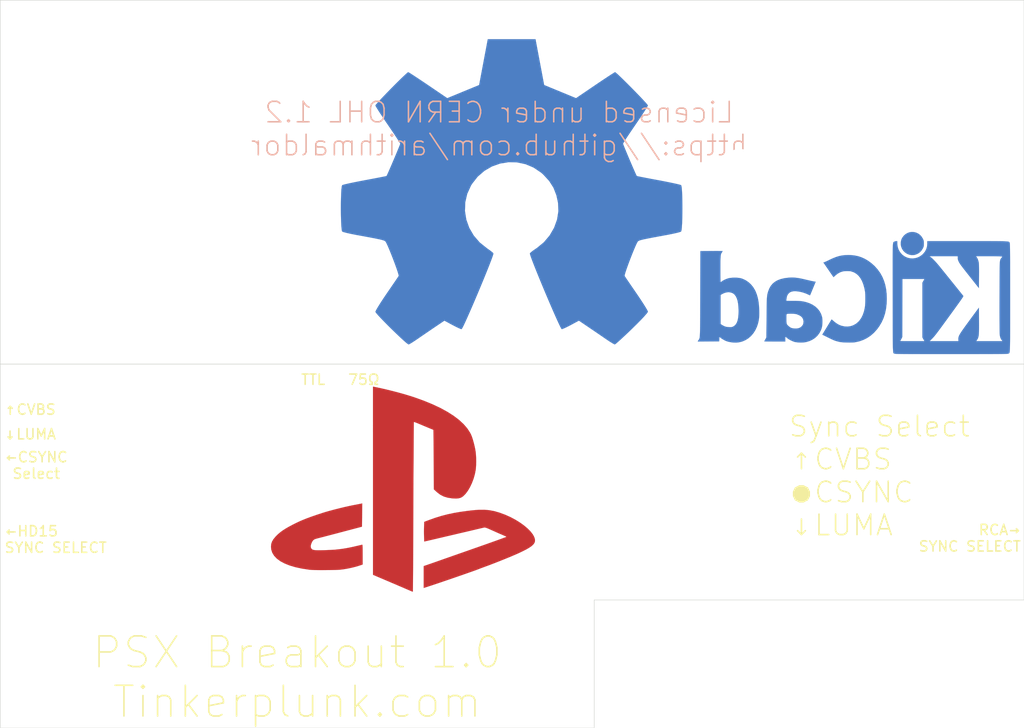
<source format=kicad_pcb>
(kicad_pcb (version 20171130) (host pcbnew "(5.1.0)-1")

  (general
    (thickness 1.6)
    (drawings 26)
    (tracks 0)
    (zones 0)
    (modules 11)
    (nets 1)
  )

  (page A4)
  (layers
    (0 F.Cu signal)
    (31 B.Cu signal)
    (32 B.Adhes user)
    (33 F.Adhes user)
    (34 B.Paste user)
    (35 F.Paste user)
    (36 B.SilkS user)
    (37 F.SilkS user)
    (38 B.Mask user)
    (39 F.Mask user)
    (40 Dwgs.User user)
    (41 Cmts.User user)
    (42 Eco1.User user)
    (43 Eco2.User user)
    (44 Edge.Cuts user)
    (45 Margin user)
    (46 B.CrtYd user)
    (47 F.CrtYd user)
    (48 B.Fab user)
    (49 F.Fab user)
  )

  (setup
    (last_trace_width 0.25)
    (trace_clearance 0.2)
    (zone_clearance 0.508)
    (zone_45_only no)
    (trace_min 0.2)
    (via_size 0.8)
    (via_drill 0.4)
    (via_min_size 0.4)
    (via_min_drill 0.3)
    (uvia_size 0.3)
    (uvia_drill 0.1)
    (uvias_allowed no)
    (uvia_min_size 0.2)
    (uvia_min_drill 0.1)
    (edge_width 0.05)
    (segment_width 0.2)
    (pcb_text_width 0.3)
    (pcb_text_size 1.5 1.5)
    (mod_edge_width 0.12)
    (mod_text_size 1 1)
    (mod_text_width 0.15)
    (pad_size 1.5 1.5)
    (pad_drill 0.8)
    (pad_to_mask_clearance 0.051)
    (solder_mask_min_width 0.25)
    (aux_axis_origin 0 0)
    (visible_elements 7FFFFFFF)
    (pcbplotparams
      (layerselection 0x010f0_ffffffff)
      (usegerberextensions true)
      (usegerberattributes false)
      (usegerberadvancedattributes false)
      (creategerberjobfile false)
      (excludeedgelayer true)
      (linewidth 0.100000)
      (plotframeref false)
      (viasonmask false)
      (mode 1)
      (useauxorigin false)
      (hpglpennumber 1)
      (hpglpenspeed 20)
      (hpglpendiameter 15.000000)
      (psnegative false)
      (psa4output false)
      (plotreference true)
      (plotvalue true)
      (plotinvisibletext false)
      (padsonsilk false)
      (subtractmaskfromsilk false)
      (outputformat 1)
      (mirror false)
      (drillshape 0)
      (scaleselection 1)
      (outputdirectory "Gerbers/"))
  )

  (net 0 "")

  (net_class Default "This is the default net class."
    (clearance 0.2)
    (trace_width 0.25)
    (via_dia 0.8)
    (via_drill 0.4)
    (uvia_dia 0.3)
    (uvia_drill 0.1)
  )

  (module MountingHole:MountingHole_3.2mm_M3 (layer F.Cu) (tedit 56D1B4CB) (tstamp 5D000652)
    (at 162.179 56.769)
    (descr "Mounting Hole 3.2mm, no annular, M3")
    (tags "mounting hole 3.2mm no annular m3")
    (attr virtual)
    (fp_text reference REF** (at 0 -4.2) (layer F.SilkS) hide
      (effects (font (size 1 1) (thickness 0.15)))
    )
    (fp_text value MountingHole_3.2mm_M3 (at 0 4.2) (layer F.Fab)
      (effects (font (size 1 1) (thickness 0.15)))
    )
    (fp_text user %R (at 0.3 0) (layer F.Fab)
      (effects (font (size 1 1) (thickness 0.15)))
    )
    (fp_circle (center 0 0) (end 3.2 0) (layer Cmts.User) (width 0.15))
    (fp_circle (center 0 0) (end 3.45 0) (layer F.CrtYd) (width 0.05))
    (pad 1 np_thru_hole circle (at 0 0) (size 3.2 3.2) (drill 3.2) (layers *.Cu *.Mask))
  )

  (module MountingHole:MountingHole_3.2mm_M3 (layer F.Cu) (tedit 56D1B4CB) (tstamp 5D000635)
    (at 146.304 45.593)
    (descr "Mounting Hole 3.2mm, no annular, M3")
    (tags "mounting hole 3.2mm no annular m3")
    (attr virtual)
    (fp_text reference REF** (at 0 -4.2) (layer F.SilkS) hide
      (effects (font (size 1 1) (thickness 0.15)))
    )
    (fp_text value MountingHole_3.2mm_M3 (at 0 4.2) (layer F.Fab)
      (effects (font (size 1 1) (thickness 0.15)))
    )
    (fp_circle (center 0 0) (end 3.45 0) (layer F.CrtYd) (width 0.05))
    (fp_circle (center 0 0) (end 3.2 0) (layer Cmts.User) (width 0.15))
    (fp_text user %R (at 0.3 0) (layer F.Fab)
      (effects (font (size 1 1) (thickness 0.15)))
    )
    (pad 1 np_thru_hole circle (at 0 0) (size 3.2 3.2) (drill 3.2) (layers *.Cu *.Mask))
  )

  (module MountingHole:MountingHole_3.2mm_M3 (layer F.Cu) (tedit 56D1B4CB) (tstamp 5D000618)
    (at 109.728 61.087)
    (descr "Mounting Hole 3.2mm, no annular, M3")
    (tags "mounting hole 3.2mm no annular m3")
    (attr virtual)
    (fp_text reference REF** (at 0 -4.2) (layer F.SilkS) hide
      (effects (font (size 1 1) (thickness 0.15)))
    )
    (fp_text value MountingHole_3.2mm_M3 (at 0 4.2) (layer F.Fab)
      (effects (font (size 1 1) (thickness 0.15)))
    )
    (fp_circle (center 0 0) (end 3.45 0) (layer F.CrtYd) (width 0.05))
    (fp_circle (center 0 0) (end 3.2 0) (layer Cmts.User) (width 0.15))
    (fp_text user %R (at 0.3 0) (layer F.Fab)
      (effects (font (size 1 1) (thickness 0.15)))
    )
    (pad 1 np_thru_hole circle (at 0 0) (size 3.2 3.2) (drill 3.2) (layers *.Cu *.Mask))
  )

  (module MountingHole:MountingHole_3.2mm_M3 (layer F.Cu) (tedit 56D1B4CB) (tstamp 5D0005FB)
    (at 107.442 45.847)
    (descr "Mounting Hole 3.2mm, no annular, M3")
    (tags "mounting hole 3.2mm no annular m3")
    (attr virtual)
    (fp_text reference REF** (at 0 -4.2) (layer F.SilkS) hide
      (effects (font (size 1 1) (thickness 0.15)))
    )
    (fp_text value MountingHole_3.2mm_M3 (at 0 4.2) (layer F.Fab)
      (effects (font (size 1 1) (thickness 0.15)))
    )
    (fp_text user %R (at 0.3 0) (layer F.Fab)
      (effects (font (size 1 1) (thickness 0.15)))
    )
    (fp_circle (center 0 0) (end 3.2 0) (layer Cmts.User) (width 0.15))
    (fp_circle (center 0 0) (end 3.45 0) (layer F.CrtYd) (width 0.05))
    (pad 1 np_thru_hole circle (at 0 0) (size 3.2 3.2) (drill 3.2) (layers *.Cu *.Mask))
  )

  (module PSX_BREAKOUT:PSX_LOGO (layer F.Cu) (tedit 5CFA95BF) (tstamp 5CFAE821)
    (at 129.286 88.44)
    (fp_text reference G*** (at 0 0) (layer F.SilkS) hide
      (effects (font (size 1.524 1.524) (thickness 0.3)))
    )
    (fp_text value LOGO (at 0.75 0) (layer F.SilkS) hide
      (effects (font (size 1.524 1.524) (thickness 0.3)))
    )
    (fp_poly (pts (xy -4.0005 3.656475) (xy -4.275667 3.728504) (xy -4.376343 3.754967) (xy -4.548495 3.800345)
      (xy -4.781751 3.861896) (xy -5.065736 3.936882) (xy -5.390077 4.022564) (xy -5.744398 4.116201)
      (xy -6.118328 4.215055) (xy -6.265334 4.253928) (xy -6.647052 4.354701) (xy -7.015745 4.451711)
      (xy -7.360587 4.542133) (xy -7.670749 4.623142) (xy -7.935404 4.691912) (xy -8.143725 4.745617)
      (xy -8.284884 4.781431) (xy -8.316805 4.78931) (xy -8.524667 4.846467) (xy -8.669709 4.908395)
      (xy -8.7731 4.990577) (xy -8.856006 5.108497) (xy -8.916754 5.228166) (xy -8.998871 5.459985)
      (xy -9.008223 5.650369) (xy -8.955187 5.784412) (xy -8.905952 5.84422) (xy -8.845318 5.890256)
      (xy -8.762748 5.923939) (xy -8.647707 5.946693) (xy -8.489659 5.959937) (xy -8.278067 5.965092)
      (xy -8.002398 5.963579) (xy -7.673264 5.957299) (xy -7.071489 5.935607) (xy -6.524808 5.896861)
      (xy -6.004715 5.837414) (xy -5.482706 5.753622) (xy -4.930276 5.641842) (xy -4.581333 5.561951)
      (xy -4.366819 5.51141) (xy -4.183032 5.468686) (xy -4.045 5.437228) (xy -3.967748 5.420484)
      (xy -3.956917 5.418666) (xy -3.951238 5.459024) (xy -3.946189 5.572199) (xy -3.942015 5.746342)
      (xy -3.938959 5.969604) (xy -3.937264 6.230135) (xy -3.937 6.387192) (xy -3.937 7.355717)
      (xy -4.392084 7.505251) (xy -4.606357 7.568515) (xy -4.873557 7.63675) (xy -5.162845 7.702621)
      (xy -5.44338 7.758792) (xy -5.503334 7.769553) (xy -5.700363 7.802971) (xy -5.875748 7.829477)
      (xy -6.043771 7.850018) (xy -6.218715 7.865535) (xy -6.414864 7.876974) (xy -6.6465 7.885279)
      (xy -6.927907 7.891393) (xy -7.273367 7.896261) (xy -7.450667 7.898265) (xy -7.93001 7.901361)
      (xy -8.332129 7.899289) (xy -8.664318 7.891871) (xy -8.933872 7.878928) (xy -9.148087 7.860279)
      (xy -9.186334 7.855671) (xy -9.888458 7.746942) (xy -10.520073 7.608735) (xy -11.079924 7.441813)
      (xy -11.566754 7.24694) (xy -11.979306 7.024878) (xy -12.316326 6.776389) (xy -12.576557 6.502237)
      (xy -12.758742 6.203183) (xy -12.861626 5.879992) (xy -12.886012 5.609166) (xy -12.860829 5.35172)
      (xy -12.781579 5.112388) (xy -12.640464 4.874671) (xy -12.429689 4.622071) (xy -12.409332 4.600459)
      (xy -12.202349 4.395855) (xy -11.982078 4.207484) (xy -11.73481 4.025854) (xy -11.446834 3.841473)
      (xy -11.104442 3.644847) (xy -10.773834 3.468016) (xy -10.43817 3.298679) (xy -10.096745 3.139245)
      (xy -9.737161 2.984847) (xy -9.347018 2.830615) (xy -8.913918 2.67168) (xy -8.425462 2.503173)
      (xy -7.86925 2.320225) (xy -7.768167 2.287692) (xy -7.493638 2.204313) (xy -7.155762 2.109155)
      (xy -6.77419 2.007151) (xy -6.368576 1.903231) (xy -5.958574 1.802328) (xy -5.563836 1.709375)
      (xy -5.204016 1.629302) (xy -4.898766 1.567042) (xy -4.8895 1.565282) (xy -4.6562 1.520881)
      (xy -4.441992 1.479729) (xy -4.265577 1.445446) (xy -4.145658 1.421653) (xy -4.116215 1.415569)
      (xy -3.97793 1.386135) (xy -4.0005 3.656475)) (layer F.Cu) (width 0.01))
    (fp_poly (pts (xy 8.442816 2.049167) (xy 8.921218 2.139276) (xy 9.414164 2.280014) (xy 9.943223 2.47457)
      (xy 10.055616 2.520364) (xy 10.533272 2.736976) (xy 10.991933 2.982032) (xy 11.42211 3.248392)
      (xy 11.814314 3.528912) (xy 12.159054 3.816452) (xy 12.446842 4.103869) (xy 12.668187 4.384023)
      (xy 12.776628 4.568178) (xy 12.858529 4.759895) (xy 12.899857 4.933655) (xy 12.896163 5.094429)
      (xy 12.842998 5.24719) (xy 12.73591 5.396909) (xy 12.570452 5.548558) (xy 12.342171 5.707109)
      (xy 12.04662 5.877533) (xy 11.679348 6.064803) (xy 11.25986 6.262885) (xy 11.00103 6.378351)
      (xy 10.678574 6.516513) (xy 10.308379 6.670967) (xy 9.906328 6.835312) (xy 9.488307 7.003146)
      (xy 9.070201 7.168067) (xy 8.667893 7.323674) (xy 8.29727 7.463564) (xy 8.106833 7.533614)
      (xy 7.888895 7.613355) (xy 7.691887 7.686381) (xy 7.533116 7.746207) (xy 7.429893 7.786348)
      (xy 7.408333 7.795309) (xy 7.316084 7.831788) (xy 7.152629 7.892277) (xy 6.926963 7.973666)
      (xy 6.648085 8.07284) (xy 6.324991 8.186689) (xy 5.96668 8.312099) (xy 5.582148 8.445957)
      (xy 5.180392 8.585152) (xy 4.77041 8.726571) (xy 4.3612 8.867102) (xy 3.961757 9.003631)
      (xy 3.581081 9.133047) (xy 3.228167 9.252237) (xy 2.912013 9.358088) (xy 2.641618 9.447488)
      (xy 2.487083 9.497744) (xy 2.032 9.644336) (xy 2.032 7.509443) (xy 2.677583 7.286874)
      (xy 2.922892 7.202025) (xy 3.164142 7.118092) (xy 3.379225 7.042799) (xy 3.546035 6.983871)
      (xy 3.598333 6.965156) (xy 3.681801 6.935473) (xy 3.838393 6.880185) (xy 4.061327 6.801675)
      (xy 4.34382 6.702325) (xy 4.679089 6.584517) (xy 5.060352 6.450635) (xy 5.480826 6.303059)
      (xy 5.933727 6.144173) (xy 6.412275 5.976359) (xy 6.909684 5.801999) (xy 6.995515 5.77192)
      (xy 7.487305 5.599244) (xy 7.955274 5.434286) (xy 8.393366 5.279221) (xy 8.795524 5.136222)
      (xy 9.155694 5.007464) (xy 9.467818 4.895119) (xy 9.725841 4.801363) (xy 9.923707 4.728368)
      (xy 10.055359 4.678309) (xy 10.114741 4.65336) (xy 10.117598 4.651219) (xy 10.082524 4.619602)
      (xy 9.996379 4.576777) (xy 9.980083 4.570138) (xy 9.893202 4.533798) (xy 9.742682 4.468783)
      (xy 9.542123 4.381096) (xy 9.305126 4.276736) (xy 9.045291 4.161706) (xy 8.776219 4.042007)
      (xy 8.511511 3.923639) (xy 8.330558 3.842293) (xy 8.131654 3.764003) (xy 7.988489 3.73499)
      (xy 7.928392 3.739253) (xy 7.849671 3.756995) (xy 7.704491 3.790631) (xy 7.508756 3.836442)
      (xy 7.278368 3.890707) (xy 7.069666 3.94011) (xy 6.782407 4.00811) (xy 6.478191 4.079864)
      (xy 6.185097 4.148766) (xy 5.931206 4.208209) (xy 5.820833 4.233924) (xy 5.542384 4.298741)
      (xy 5.2363 4.370217) (xy 4.891462 4.450959) (xy 4.49675 4.543572) (xy 4.041043 4.650664)
      (xy 3.556 4.764771) (xy 3.290085 4.827234) (xy 3.014018 4.89188) (xy 2.755807 4.952161)
      (xy 2.543456 5.001534) (xy 2.492128 5.013414) (xy 2.084424 5.107631) (xy 2.066071 4.628148)
      (xy 2.059854 4.365301) (xy 2.058709 4.066676) (xy 2.062634 3.781008) (xy 2.066133 3.667574)
      (xy 2.084547 3.186481) (xy 2.534523 3.015058) (xy 3.143914 2.796962) (xy 3.751198 2.609441)
      (xy 4.372002 2.449025) (xy 5.021954 2.312247) (xy 5.716679 2.195638) (xy 6.471806 2.095729)
      (xy 6.879166 2.050717) (xy 7.44336 2.008076) (xy 7.957386 2.006496) (xy 8.442816 2.049167)) (layer F.Cu) (width 0.01))
    (fp_poly (pts (xy -2.82575 -10.01532) (xy -2.072884 -9.854396) (xy -1.315155 -9.676411) (xy -0.571898 -9.486435)
      (xy 0.137546 -9.289537) (xy 0.793842 -9.090787) (xy 1.164166 -8.969333) (xy 2.074801 -8.639955)
      (xy 2.910256 -8.295501) (xy 3.669468 -7.936676) (xy 4.351374 -7.564185) (xy 4.954912 -7.178734)
      (xy 5.479017 -6.781028) (xy 5.922627 -6.371772) (xy 6.284678 -5.951673) (xy 6.564108 -5.521434)
      (xy 6.664921 -5.319626) (xy 6.748731 -5.106086) (xy 6.836962 -4.83262) (xy 6.923382 -4.523292)
      (xy 7.001766 -4.202171) (xy 7.065883 -3.893323) (xy 7.109505 -3.620816) (xy 7.113855 -3.584918)
      (xy 7.13641 -3.316309) (xy 7.149195 -3.005568) (xy 7.152287 -2.67877) (xy 7.145763 -2.361989)
      (xy 7.129703 -2.081301) (xy 7.108816 -1.891943) (xy 7.021556 -1.451789) (xy 6.894799 -1.014717)
      (xy 6.734897 -0.593578) (xy 6.548197 -0.201225) (xy 6.341049 0.149492) (xy 6.119801 0.44572)
      (xy 5.890804 0.674609) (xy 5.810469 0.736102) (xy 5.640693 0.828768) (xy 5.439982 0.884404)
      (xy 5.193702 0.905113) (xy 4.887221 0.892993) (xy 4.783666 0.883505) (xy 4.356131 0.816136)
      (xy 3.986082 0.702302) (xy 3.655777 0.534385) (xy 3.347473 0.304766) (xy 3.2668 0.232225)
      (xy 3.026833 0.008879) (xy 3.005666 -2.900025) (xy 2.9845 -5.808929) (xy 2.624666 -5.956531)
      (xy 2.448884 -6.029254) (xy 2.222112 -6.123967) (xy 1.971225 -6.229402) (xy 1.723093 -6.334292)
      (xy 1.675937 -6.354309) (xy 1.470164 -6.439992) (xy 1.293122 -6.510424) (xy 1.158745 -6.56032)
      (xy 1.080967 -6.584396) (xy 1.067591 -6.585036) (xy 1.065487 -6.541405) (xy 1.063142 -6.417173)
      (xy 1.060582 -6.216406) (xy 1.057829 -5.94317) (xy 1.05491 -5.601531) (xy 1.051847 -5.195553)
      (xy 1.048665 -4.729304) (xy 1.045389 -4.206848) (xy 1.042043 -3.632251) (xy 1.038651 -3.009578)
      (xy 1.035237 -2.342896) (xy 1.031826 -1.636271) (xy 1.028443 -0.893767) (xy 1.025111 -0.11945)
      (xy 1.021854 0.682613) (xy 1.018698 1.508357) (xy 1.017948 1.712551) (xy 1.014829 2.543398)
      (xy 1.011622 3.351527) (xy 1.00835 4.132873) (xy 1.005036 4.883373) (xy 1.001705 5.598963)
      (xy 0.998379 6.275581) (xy 0.995082 6.909161) (xy 0.991837 7.49564) (xy 0.988668 8.030955)
      (xy 0.985598 8.511042) (xy 0.982651 8.931837) (xy 0.979849 9.289276) (xy 0.977217 9.579297)
      (xy 0.974778 9.797834) (xy 0.972555 9.940824) (xy 0.970572 10.004205) (xy 0.970127 10.007126)
      (xy 0.925678 9.999503) (xy 0.82644 9.963602) (xy 0.6985 9.909216) (xy 0.605315 9.8682)
      (xy 0.443832 9.798173) (xy 0.223666 9.703261) (xy -0.045571 9.587593) (xy -0.354263 9.455296)
      (xy -0.692798 9.310497) (xy -1.051561 9.157324) (xy -1.237956 9.077851) (xy -2.920412 8.360833)
      (xy -2.920706 -0.83689) (xy -2.921 -10.034614) (xy -2.82575 -10.01532)) (layer F.Cu) (width 0.01))
  )

  (module Symbol:KiCad-Logo_12mm_Copper (layer B.Cu) (tedit 0) (tstamp 5CFAE758)
    (at 173.355 69.215 180)
    (descr "KiCad Logo")
    (tags "Logo KiCad")
    (attr virtual)
    (fp_text reference REF** (at 0 8.89 180) (layer B.SilkS) hide
      (effects (font (size 1 1) (thickness 0.15)) (justify mirror))
    )
    (fp_text value KiCad-Logo_12mm_Copper (at 1.27 -8.89 180) (layer B.Fab) hide
      (effects (font (size 1 1) (thickness 0.15)) (justify mirror))
    )
    (fp_poly (pts (xy -5.422844 5.895156) (xy -5.217742 5.824043) (xy -5.026785 5.712111) (xy -4.856243 5.559375)
      (xy -4.712387 5.365849) (xy -4.647768 5.243871) (xy -4.591842 5.073257) (xy -4.564735 4.876289)
      (xy -4.567738 4.673795) (xy -4.601067 4.490301) (xy -4.692162 4.266076) (xy -4.824258 4.071578)
      (xy -4.990642 3.910633) (xy -5.184598 3.787067) (xy -5.399414 3.704708) (xy -5.628375 3.667383)
      (xy -5.864767 3.678918) (xy -5.981291 3.70357) (xy -6.208385 3.791909) (xy -6.410081 3.92671)
      (xy -6.581515 4.103817) (xy -6.71782 4.319073) (xy -6.729352 4.342581) (xy -6.769217 4.430795)
      (xy -6.794249 4.50509) (xy -6.807839 4.583465) (xy -6.813382 4.68392) (xy -6.814302 4.793226)
      (xy -6.81278 4.924552) (xy -6.805914 5.019491) (xy -6.79025 5.096247) (xy -6.762333 5.173026)
      (xy -6.727873 5.248777) (xy -6.599338 5.46381) (xy -6.441052 5.63792) (xy -6.259287 5.771124)
      (xy -6.060313 5.863434) (xy -5.8504 5.914866) (xy -5.635821 5.925435) (xy -5.422844 5.895156)) (layer B.Cu) (width 0.01))
    (fp_poly (pts (xy 13.610967 4.064382) (xy 13.843254 4.063429) (xy 13.922204 4.062948) (xy 15.007849 4.055807)
      (xy 15.021505 -0.109247) (xy 15.023308 -0.674041) (xy 15.024908 -1.186864) (xy 15.026406 -1.650371)
      (xy 15.027906 -2.067214) (xy 15.029509 -2.440045) (xy 15.03132 -2.771519) (xy 15.03344 -3.064286)
      (xy 15.035972 -3.321002) (xy 15.03902 -3.544318) (xy 15.042685 -3.736887) (xy 15.047071 -3.901363)
      (xy 15.05228 -4.040398) (xy 15.058416 -4.156644) (xy 15.06558 -4.252756) (xy 15.073875 -4.331386)
      (xy 15.083405 -4.395187) (xy 15.094272 -4.446811) (xy 15.106579 -4.488912) (xy 15.120428 -4.524143)
      (xy 15.135923 -4.555156) (xy 15.153165 -4.584604) (xy 15.172258 -4.615141) (xy 15.193305 -4.649418)
      (xy 15.197619 -4.65672) (xy 15.269996 -4.780221) (xy 14.223976 -4.773068) (xy 13.177956 -4.765914)
      (xy 13.164301 -4.536142) (xy 13.156865 -4.425873) (xy 13.149117 -4.362122) (xy 13.138603 -4.336827)
      (xy 13.122872 -4.341922) (xy 13.109677 -4.356498) (xy 13.052197 -4.409591) (xy 12.958513 -4.477837)
      (xy 12.841825 -4.55308) (xy 12.715331 -4.627167) (xy 12.592231 -4.691943) (xy 12.497713 -4.734561)
      (xy 12.276274 -4.804595) (xy 12.022207 -4.854204) (xy 11.754266 -4.881494) (xy 11.491211 -4.884569)
      (xy 11.251795 -4.861532) (xy 11.247853 -4.860873) (xy 10.920253 -4.778669) (xy 10.613587 -4.6477)
      (xy 10.330814 -4.47078) (xy 10.074892 -4.250726) (xy 9.848778 -3.990351) (xy 9.65543 -3.692472)
      (xy 9.497806 -3.359904) (xy 9.411984 -3.113548) (xy 9.355389 -2.907445) (xy 9.313418 -2.707867)
      (xy 9.284789 -2.50269) (xy 9.268218 -2.279791) (xy 9.262423 -2.027045) (xy 9.264989 -1.820662)
      (xy 11.280325 -1.820662) (xy 11.289862 -2.166732) (xy 11.319946 -2.464467) (xy 11.371503 -2.71651)
      (xy 11.445458 -2.925502) (xy 11.542738 -3.094086) (xy 11.664266 -3.224906) (xy 11.804546 -3.317385)
      (xy 11.87754 -3.351909) (xy 11.940847 -3.372607) (xy 12.011427 -3.382077) (xy 12.106242 -3.382915)
      (xy 12.208387 -3.379228) (xy 12.409261 -3.36151) (xy 12.568134 -3.326813) (xy 12.618064 -3.309433)
      (xy 12.732075 -3.258102) (xy 12.852323 -3.193643) (xy 12.904838 -3.161376) (xy 13.041397 -3.071805)
      (xy 13.041397 -0.232706) (xy 12.891182 -0.142665) (xy 12.681692 -0.040923) (xy 12.467658 0.019249)
      (xy 12.256909 0.038204) (xy 12.057273 0.016299) (xy 11.876577 -0.046113) (xy 11.722649 -0.148676)
      (xy 11.672981 -0.197906) (xy 11.553262 -0.359211) (xy 11.456364 -0.554471) (xy 11.381477 -0.787031)
      (xy 11.327793 -1.060239) (xy 11.2945 -1.377441) (xy 11.280789 -1.741984) (xy 11.280325 -1.820662)
      (xy 9.264989 -1.820662) (xy 9.266058 -1.734756) (xy 9.289082 -1.285158) (xy 9.335378 -0.879628)
      (xy 9.406164 -0.512257) (xy 9.502661 -0.177137) (xy 9.626087 0.131637) (xy 9.670131 0.223178)
      (xy 9.84754 0.521704) (xy 10.06193 0.786993) (xy 10.308259 1.014763) (xy 10.581487 1.200732)
      (xy 10.876574 1.340618) (xy 11.053459 1.398322) (xy 11.227178 1.432578) (xy 11.436205 1.452959)
      (xy 11.663014 1.459475) (xy 11.890084 1.452134) (xy 12.099892 1.430945) (xy 12.268352 1.397705)
      (xy 12.468857 1.332518) (xy 12.663195 1.248693) (xy 12.833224 1.15472) (xy 12.923721 1.090942)
      (xy 12.986144 1.043516) (xy 13.029853 1.014639) (xy 13.039796 1.010538) (xy 13.042879 1.036959)
      (xy 13.045753 1.112661) (xy 13.048355 1.232302) (xy 13.050621 1.390538) (xy 13.052488 1.582027)
      (xy 13.053891 1.801426) (xy 13.054767 2.043393) (xy 13.055053 2.289853) (xy 13.054894 2.605524)
      (xy 13.054108 2.871663) (xy 13.052238 3.093359) (xy 13.048825 3.275704) (xy 13.043409 3.423788)
      (xy 13.035531 3.542701) (xy 13.024733 3.637535) (xy 13.010555 3.71338) (xy 12.992539 3.775326)
      (xy 12.970225 3.828464) (xy 12.943154 3.877885) (xy 12.910867 3.928679) (xy 12.906713 3.934969)
      (xy 12.865071 4.000755) (xy 12.839929 4.045992) (xy 12.836559 4.055534) (xy 12.862903 4.058545)
      (xy 12.938069 4.060994) (xy 13.056257 4.062842) (xy 13.211669 4.064049) (xy 13.398506 4.064576)
      (xy 13.610967 4.064382)) (layer B.Cu) (width 0.01))
    (fp_poly (pts (xy 6.300951 1.463632) (xy 6.436272 1.453389) (xy 6.823442 1.401878) (xy 7.166321 1.319717)
      (xy 7.46658 1.205778) (xy 7.725888 1.058928) (xy 7.945916 0.878038) (xy 8.128334 0.661978)
      (xy 8.274811 0.409616) (xy 8.381771 0.136559) (xy 8.408921 0.049459) (xy 8.432564 -0.032107)
      (xy 8.452977 -0.112529) (xy 8.470439 -0.196199) (xy 8.48523 -0.287508) (xy 8.497627 -0.390847)
      (xy 8.507911 -0.510609) (xy 8.516358 -0.651183) (xy 8.523248 -0.816962) (xy 8.528861 -1.012336)
      (xy 8.533473 -1.241698) (xy 8.537365 -1.509437) (xy 8.540815 -1.819947) (xy 8.544102 -2.177618)
      (xy 8.546451 -2.458064) (xy 8.562258 -4.383548) (xy 8.664677 -4.568843) (xy 8.713175 -4.658111)
      (xy 8.749266 -4.727448) (xy 8.766483 -4.764354) (xy 8.767096 -4.766854) (xy 8.74078 -4.769715)
      (xy 8.665811 -4.772351) (xy 8.548161 -4.774689) (xy 8.3938 -4.776653) (xy 8.2087 -4.77817)
      (xy 7.998832 -4.779165) (xy 7.770167 -4.779565) (xy 7.742903 -4.77957) (xy 6.718709 -4.77957)
      (xy 6.718709 -4.547419) (xy 6.716963 -4.442507) (xy 6.712302 -4.362271) (xy 6.705596 -4.319251)
      (xy 6.702632 -4.315269) (xy 6.675523 -4.33195) (xy 6.619731 -4.375731) (xy 6.547215 -4.437216)
      (xy 6.545589 -4.438638) (xy 6.413257 -4.53716) (xy 6.246133 -4.636089) (xy 6.0631 -4.725706)
      (xy 5.883043 -4.796293) (xy 5.803763 -4.820414) (xy 5.645991 -4.851051) (xy 5.452397 -4.870602)
      (xy 5.240704 -4.878787) (xy 5.028632 -4.875327) (xy 4.833904 -4.859945) (xy 4.697634 -4.837811)
      (xy 4.363454 -4.739676) (xy 4.062603 -4.599819) (xy 3.797039 -4.419974) (xy 3.568721 -4.201876)
      (xy 3.379606 -3.947261) (xy 3.231653 -3.657864) (xy 3.167825 -3.482258) (xy 3.127823 -3.311576)
      (xy 3.101313 -3.106678) (xy 3.089047 -2.886464) (xy 3.08945 -2.85442) (xy 4.936612 -2.85442)
      (xy 4.95193 -3.018053) (xy 5.002935 -3.154042) (xy 5.097204 -3.280208) (xy 5.133411 -3.317203)
      (xy 5.26212 -3.417221) (xy 5.410885 -3.481294) (xy 5.589113 -3.512309) (xy 5.776798 -3.514593)
      (xy 5.954814 -3.499514) (xy 6.091112 -3.470021) (xy 6.150306 -3.447869) (xy 6.256995 -3.387496)
      (xy 6.370037 -3.302589) (xy 6.473175 -3.207295) (xy 6.550151 -3.11576) (xy 6.570591 -3.082181)
      (xy 6.586481 -3.035157) (xy 6.597778 -2.960333) (xy 6.605009 -2.85056) (xy 6.6087 -2.698692)
      (xy 6.609462 -2.554155) (xy 6.608946 -2.385644) (xy 6.60686 -2.263799) (xy 6.602402 -2.180666)
      (xy 6.594765 -2.128292) (xy 6.583146 -2.098726) (xy 6.56674 -2.084013) (xy 6.561666 -2.08167)
      (xy 6.51757 -2.074453) (xy 6.4306 -2.06855) (xy 6.3125 -2.064493) (xy 6.175014 -2.062815)
      (xy 6.145161 -2.062813) (xy 5.961386 -2.065746) (xy 5.819407 -2.074469) (xy 5.706591 -2.090177)
      (xy 5.613402 -2.113118) (xy 5.382246 -2.200535) (xy 5.200973 -2.30801) (xy 5.068014 -2.437262)
      (xy 4.981801 -2.59001) (xy 4.940762 -2.767972) (xy 4.936612 -2.85442) (xy 3.08945 -2.85442)
      (xy 3.091776 -2.669834) (xy 3.110252 -2.475689) (xy 3.124664 -2.397252) (xy 3.21669 -2.106017)
      (xy 3.356623 -1.838054) (xy 3.541823 -1.595932) (xy 3.769648 -1.382221) (xy 4.037457 -1.199492)
      (xy 4.342607 -1.050314) (xy 4.602043 -0.959727) (xy 4.775434 -0.912136) (xy 4.941282 -0.875155)
      (xy 5.110329 -0.847585) (xy 5.293317 -0.828224) (xy 5.500989 -0.815871) (xy 5.744087 -0.809326)
      (xy 5.963872 -0.807483) (xy 6.615594 -0.805699) (xy 6.603109 -0.609798) (xy 6.567657 -0.397243)
      (xy 6.492241 -0.214543) (xy 6.380073 -0.066262) (xy 6.234364 0.04304) (xy 6.106064 0.096376)
      (xy 5.922235 0.12999) (xy 5.703394 0.134817) (xy 5.4598 0.112637) (xy 5.20171 0.065228)
      (xy 4.939385 -0.005629) (xy 4.683082 -0.098155) (xy 4.496824 -0.182778) (xy 4.407211 -0.226231)
      (xy 4.338858 -0.25658) (xy 4.304097 -0.268423) (xy 4.302211 -0.268043) (xy 4.290215 -0.241518)
      (xy 4.260262 -0.17121) (xy 4.21517 -0.063855) (xy 4.157757 0.07381) (xy 4.090842 0.235051)
      (xy 4.022824 0.399605) (xy 3.750897 1.058672) (xy 3.944319 1.090441) (xy 4.028154 1.106381)
      (xy 4.154183 1.133153) (xy 4.311608 1.168327) (xy 4.489633 1.209472) (xy 4.677463 1.254158)
      (xy 4.752258 1.272317) (xy 5.075838 1.347369) (xy 5.359132 1.403638) (xy 5.612715 1.442262)
      (xy 5.847162 1.464377) (xy 6.073049 1.471122) (xy 6.300951 1.463632)) (layer B.Cu) (width 0.01))
    (fp_poly (pts (xy 0.875193 3.659223) (xy 1.169706 3.626981) (xy 1.455039 3.569271) (xy 1.7428 3.483083)
      (xy 2.044596 3.365407) (xy 2.372034 3.213233) (xy 2.431001 3.183757) (xy 2.566324 3.11709)
      (xy 2.693951 3.057061) (xy 2.801287 3.009401) (xy 2.875736 2.979845) (xy 2.887173 2.976124)
      (xy 2.996774 2.943286) (xy 2.506155 2.229547) (xy 2.386206 2.055105) (xy 2.276539 1.89573)
      (xy 2.180883 1.756832) (xy 2.102969 1.643822) (xy 2.046525 1.56211) (xy 2.015281 1.517109)
      (xy 2.010205 1.509982) (xy 1.989588 1.524883) (xy 1.938839 1.56968) (xy 1.867034 1.636235)
      (xy 1.827406 1.673853) (xy 1.602882 1.852432) (xy 1.350726 1.988132) (xy 1.13344 2.062463)
      (xy 1.003007 2.085807) (xy 0.839693 2.100033) (xy 0.662707 2.104876) (xy 0.491256 2.100074)
      (xy 0.344548 2.085362) (xy 0.286007 2.074095) (xy 0.022147 1.983315) (xy -0.215622 1.844704)
      (xy -0.427124 1.658515) (xy -0.612184 1.425001) (xy -0.770625 1.144416) (xy -0.902271 0.817013)
      (xy -1.006946 0.443045) (xy -1.069155 0.122903) (xy -1.085386 -0.018426) (xy -1.096444 -0.201004)
      (xy -1.102437 -0.411709) (xy -1.103473 -0.637422) (xy -1.099657 -0.865022) (xy -1.091097 -1.081389)
      (xy -1.077899 -1.273402) (xy -1.06017 -1.427943) (xy -1.056333 -1.451786) (xy -0.971749 -1.83586)
      (xy -0.856505 -2.175783) (xy -0.709897 -2.473078) (xy -0.531226 -2.729268) (xy -0.4044 -2.867775)
      (xy -0.176475 -3.055828) (xy 0.073488 -3.19522) (xy 0.34127 -3.285195) (xy 0.622656 -3.324994)
      (xy 0.913429 -3.313857) (xy 1.209373 -3.251026) (xy 1.38434 -3.189547) (xy 1.626466 -3.066436)
      (xy 1.87602 -2.889837) (xy 2.015809 -2.770412) (xy 2.094301 -2.701291) (xy 2.15597 -2.650579)
      (xy 2.191072 -2.626144) (xy 2.19543 -2.625398) (xy 2.211097 -2.650367) (xy 2.251692 -2.716348)
      (xy 2.313757 -2.817685) (xy 2.393833 -2.948721) (xy 2.488462 -3.1038) (xy 2.594186 -3.277265)
      (xy 2.653033 -3.373896) (xy 3.102526 -4.112201) (xy 2.541317 -4.389549) (xy 2.338404 -4.489172)
      (xy 2.174027 -4.567729) (xy 2.038139 -4.629122) (xy 1.920691 -4.677253) (xy 1.811636 -4.716023)
      (xy 1.700926 -4.749333) (xy 1.578513 -4.781086) (xy 1.461182 -4.808969) (xy 1.356895 -4.830546)
      (xy 1.247832 -4.846851) (xy 1.123073 -4.858791) (xy 0.971703 -4.86727) (xy 0.782801 -4.873192)
      (xy 0.655483 -4.875749) (xy 0.473823 -4.877494) (xy 0.299633 -4.876614) (xy 0.144443 -4.87336)
      (xy 0.019777 -4.867984) (xy -0.062834 -4.860735) (xy -0.06773 -4.860012) (xy -0.496709 -4.767205)
      (xy -0.899551 -4.626449) (xy -1.276112 -4.437839) (xy -1.626252 -4.201466) (xy -1.949828 -3.917424)
      (xy -2.2467 -3.585805) (xy -2.461701 -3.291075) (xy -2.690589 -2.905298) (xy -2.875611 -2.497895)
      (xy -3.017662 -2.0656) (xy -3.117636 -1.605146) (xy -3.176428 -1.113267) (xy -3.194951 -0.613799)
      (xy -3.179717 -0.130634) (xy -3.131844 0.315158) (xy -3.049811 0.731095) (xy -2.932097 1.124696)
      (xy -2.777181 1.503482) (xy -2.758683 1.542725) (xy -2.554894 1.90956) (xy -2.304598 2.25864)
      (xy -2.014885 2.58274) (xy -1.692846 2.874634) (xy -1.345574 3.127096) (xy -1.021987 3.312286)
      (xy -0.695096 3.45733) (xy -0.367511 3.562397) (xy -0.026552 3.630347) (xy 0.340465 3.66404)
      (xy 0.559892 3.669008) (xy 0.875193 3.659223)) (layer B.Cu) (width 0.01))
    (fp_poly (pts (xy -11.847446 5.025459) (xy -11.321244 5.025387) (xy -11.076303 5.025377) (xy -7.155699 5.025377)
      (xy -7.155699 4.794266) (xy -7.131032 4.513024) (xy -7.056584 4.253641) (xy -6.931686 4.014576)
      (xy -6.75567 3.794286) (xy -6.696118 3.73479) (xy -6.481895 3.566029) (xy -6.24569 3.442948)
      (xy -5.994517 3.36549) (xy -5.735393 3.333601) (xy -5.475333 3.347224) (xy -5.221353 3.406303)
      (xy -4.980469 3.510783) (xy -4.759696 3.660607) (xy -4.660543 3.750999) (xy -4.475773 3.972624)
      (xy -4.340284 4.216339) (xy -4.255256 4.479357) (xy -4.221872 4.758894) (xy -4.221428 4.786394)
      (xy -4.219678 5.025368) (xy -4.114645 5.025372) (xy -4.02147 5.012727) (xy -3.936356 4.98196)
      (xy -3.930731 4.978781) (xy -3.911508 4.968806) (xy -3.893855 4.961038) (xy -3.877708 4.953213)
      (xy -3.863005 4.94307) (xy -3.849681 4.928345) (xy -3.837672 4.906775) (xy -3.826915 4.876099)
      (xy -3.817346 4.834053) (xy -3.808901 4.778374) (xy -3.801516 4.706801) (xy -3.795127 4.61707)
      (xy -3.789671 4.506918) (xy -3.785084 4.374084) (xy -3.781302 4.216304) (xy -3.77826 4.031316)
      (xy -3.775897 3.816856) (xy -3.774147 3.570663) (xy -3.772947 3.290473) (xy -3.772232 2.974025)
      (xy -3.77194 2.619054) (xy -3.772007 2.2233) (xy -3.772368 1.784498) (xy -3.77296 1.300386)
      (xy -3.773719 0.768702) (xy -3.774581 0.187183) (xy -3.775482 -0.446433) (xy -3.775587 -0.523629)
      (xy -3.776395 -1.161287) (xy -3.777081 -1.746582) (xy -3.777717 -2.281778) (xy -3.778376 -2.769136)
      (xy -3.779131 -3.210917) (xy -3.780053 -3.609382) (xy -3.781216 -3.966795) (xy -3.782693 -4.285415)
      (xy -3.784555 -4.567506) (xy -3.786876 -4.815328) (xy -3.789729 -5.031143) (xy -3.793185 -5.217213)
      (xy -3.797318 -5.3758) (xy -3.8022 -5.509164) (xy -3.807904 -5.619569) (xy -3.814502 -5.709275)
      (xy -3.822068 -5.780544) (xy -3.830673 -5.835638) (xy -3.84039 -5.876818) (xy -3.851293 -5.906346)
      (xy -3.863453 -5.926484) (xy -3.876943 -5.939493) (xy -3.891837 -5.947636) (xy -3.908206 -5.953173)
      (xy -3.926123 -5.958366) (xy -3.945661 -5.965477) (xy -3.950434 -5.967642) (xy -3.965434 -5.972506)
      (xy -3.990541 -5.976976) (xy -4.027946 -5.981066) (xy -4.079842 -5.984793) (xy -4.14842 -5.988173)
      (xy -4.235873 -5.991221) (xy -4.344394 -5.993954) (xy -4.476174 -5.996387) (xy -4.633406 -5.998537)
      (xy -4.818281 -6.000419) (xy -5.032993 -6.002049) (xy -5.279734 -6.003443) (xy -5.560694 -6.004617)
      (xy -5.878068 -6.005587) (xy -6.234047 -6.006369) (xy -6.630822 -6.006979) (xy -7.070588 -6.007432)
      (xy -7.555535 -6.007745) (xy -8.087856 -6.007934) (xy -8.669743 -6.008013) (xy -9.303389 -6.008)
      (xy -9.508644 -6.00798) (xy -10.156347 -6.007876) (xy -10.751644 -6.007706) (xy -11.296755 -6.007453)
      (xy -11.793897 -6.007098) (xy -12.24529 -6.006626) (xy -12.653151 -6.006018) (xy -13.0197 -6.005258)
      (xy -13.347154 -6.004327) (xy -13.637732 -6.003209) (xy -13.893652 -6.001886) (xy -14.117133 -6.000341)
      (xy -14.310394 -5.998557) (xy -14.475652 -5.996516) (xy -14.615127 -5.994201) (xy -14.731037 -5.991594)
      (xy -14.8256 -5.988678) (xy -14.901034 -5.985436) (xy -14.959558 -5.981851) (xy -15.003391 -5.977905)
      (xy -15.034752 -5.973581) (xy -15.055857 -5.968862) (xy -15.067363 -5.96454) (xy -15.087812 -5.955916)
      (xy -15.106587 -5.949557) (xy -15.12376 -5.943203) (xy -15.139402 -5.934597) (xy -15.153584 -5.92148)
      (xy -15.166377 -5.901594) (xy -15.177852 -5.872679) (xy -15.18808 -5.832479) (xy -15.197133 -5.778733)
      (xy -15.20508 -5.709185) (xy -15.211994 -5.621574) (xy -15.217945 -5.513644) (xy -15.223005 -5.383135)
      (xy -15.227245 -5.227789) (xy -15.230735 -5.045348) (xy -15.233547 -4.833553) (xy -15.234283 -4.752258)
      (xy -14.505361 -4.752258) (xy -11.928987 -4.752258) (xy -11.978561 -4.67715) (xy -12.027878 -4.599968)
      (xy -12.06964 -4.526469) (xy -12.104441 -4.451512) (xy -12.132877 -4.369953) (xy -12.15554 -4.276648)
      (xy -12.173025 -4.166453) (xy -12.185926 -4.034225) (xy -12.194837 -3.87482) (xy -12.200352 -3.683095)
      (xy -12.203064 -3.453907) (xy -12.203569 -3.182112) (xy -12.202459 -2.862566) (xy -12.20183 -2.743932)
      (xy -12.194732 -1.472123) (xy -11.389033 -2.56901) (xy -11.160779 -2.880183) (xy -10.963025 -3.151143)
      (xy -10.793635 -3.385478) (xy -10.650473 -3.58678) (xy -10.531405 -3.758637) (xy -10.434295 -3.90464)
      (xy -10.357007 -4.028378) (xy -10.297407 -4.133441) (xy -10.253359 -4.22342) (xy -10.222728 -4.301903)
      (xy -10.203378 -4.37248) (xy -10.193175 -4.438742) (xy -10.189983 -4.504277) (xy -10.191667 -4.572677)
      (xy -10.192097 -4.581274) (xy -10.200968 -4.752372) (xy -8.789236 -4.752315) (xy -7.377505 -4.752258)
      (xy -7.587516 -4.5405) (xy -7.644504 -4.482582) (xy -7.698566 -4.426225) (xy -7.752076 -4.368322)
      (xy -7.807404 -4.305764) (xy -7.866925 -4.235443) (xy -7.933011 -4.154251) (xy -8.008034 -4.059081)
      (xy -8.094367 -3.946823) (xy -8.194383 -3.81437) (xy -8.310454 -3.658614) (xy -8.444952 -3.476446)
      (xy -8.600251 -3.26476) (xy -8.778722 -3.020446) (xy -8.98274 -2.740397) (xy -9.214675 -2.421504)
      (xy -9.404782 -2.15992) (xy -9.643372 -1.831292) (xy -9.851508 -1.543957) (xy -10.031075 -1.295187)
      (xy -10.183957 -1.082254) (xy -10.312041 -0.90243) (xy -10.417212 -0.752986) (xy -10.501355 -0.631196)
      (xy -10.566357 -0.534331) (xy -10.614103 -0.459662) (xy -10.646477 -0.404463) (xy -10.665366 -0.366004)
      (xy -10.672655 -0.341559) (xy -10.670464 -0.328706) (xy -10.643913 -0.294504) (xy -10.586508 -0.222108)
      (xy -10.501713 -0.11582) (xy -10.392992 0.020055) (xy -10.263808 0.181216) (xy -10.117626 0.363357)
      (xy -9.957909 0.562178) (xy -9.788121 0.773373) (xy -9.611726 0.992641) (xy -9.432187 1.215677)
      (xy -9.333435 1.33828) (xy -6.881548 1.33828) (xy -6.677742 0.96957) (xy -6.677742 -4.383548)
      (xy -6.881548 -4.752258) (xy -5.676111 -4.752258) (xy -5.388341 -4.752174) (xy -5.150647 -4.751797)
      (xy -4.958482 -4.750935) (xy -4.807298 -4.7494) (xy -4.692548 -4.747) (xy -4.609685 -4.743546)
      (xy -4.554162 -4.738849) (xy -4.52143 -4.732717) (xy -4.506943 -4.724961) (xy -4.506153 -4.715391)
      (xy -4.514513 -4.703817) (xy -4.514599 -4.703721) (xy -4.549036 -4.653907) (xy -4.594637 -4.57291)
      (xy -4.634908 -4.492055) (xy -4.711291 -4.328925) (xy -4.719081 -1.495322) (xy -4.726871 1.33828)
      (xy -6.881548 1.33828) (xy -9.333435 1.33828) (xy -9.252969 1.438179) (xy -9.077536 1.655843)
      (xy -8.90935 1.864367) (xy -8.751877 2.059446) (xy -8.608579 2.236779) (xy -8.482921 2.392061)
      (xy -8.378366 2.52099) (xy -8.298379 2.619262) (xy -8.251398 2.676559) (xy -8.068963 2.89082)
      (xy -7.893452 3.08417) (xy -7.731016 3.25028) (xy -7.587805 3.38282) (xy -7.486171 3.464079)
      (xy -7.365998 3.550538) (xy -10.12984 3.550538) (xy -10.129064 3.388354) (xy -10.136788 3.269117)
      (xy -10.165828 3.158574) (xy -10.210782 3.053784) (xy -10.240004 2.994584) (xy -10.271423 2.935926)
      (xy -10.307909 2.873914) (xy -10.352331 2.804655) (xy -10.407561 2.724254) (xy -10.476469 2.628819)
      (xy -10.561923 2.514453) (xy -10.666796 2.377265) (xy -10.793955 2.213358) (xy -10.946273 2.01884)
      (xy -11.126618 1.789815) (xy -11.337862 1.522391) (xy -11.361721 1.492217) (xy -12.194732 0.438805)
      (xy -12.202796 1.605478) (xy -12.20442 1.954931) (xy -12.204074 2.25077) (xy -12.201742 2.49397)
      (xy -12.197407 2.685507) (xy -12.191051 2.826356) (xy -12.182659 2.917492) (xy -12.179838 2.93478)
      (xy -12.135584 3.116883) (xy -12.077602 3.28105) (xy -12.011437 3.413046) (xy -11.971687 3.469028)
      (xy -11.903102 3.550538) (xy -13.204453 3.550538) (xy -13.514885 3.550272) (xy -13.774477 3.549409)
      (xy -13.987014 3.547846) (xy -14.156276 3.545483) (xy -14.286048 3.54222) (xy -14.380111 3.537955)
      (xy -14.442248 3.532587) (xy -14.476241 3.526017) (xy -14.485874 3.518142) (xy -14.485208 3.516398)
      (xy -14.45762 3.474757) (xy -14.411564 3.408752) (xy -14.387735 3.375369) (xy -14.363099 3.342056)
      (xy -14.340955 3.312266) (xy -14.321164 3.283067) (xy -14.303586 3.251526) (xy -14.288081 3.214714)
      (xy -14.274511 3.169697) (xy -14.262736 3.113545) (xy -14.252616 3.043325) (xy -14.244013 2.956106)
      (xy -14.236786 2.848957) (xy -14.230796 2.718945) (xy -14.225904 2.563139) (xy -14.221971 2.378607)
      (xy -14.218857 2.162419) (xy -14.216422 1.911641) (xy -14.214527 1.623342) (xy -14.213033 1.294591)
      (xy -14.211801 0.922457) (xy -14.21069 0.504006) (xy -14.209562 0.036309) (xy -14.208508 -0.393354)
      (xy -14.207512 -0.872353) (xy -14.206994 -1.329362) (xy -14.206941 -1.761464) (xy -14.207338 -2.165738)
      (xy -14.208172 -2.539265) (xy -14.209429 -2.879127) (xy -14.211094 -3.182404) (xy -14.213156 -3.446177)
      (xy -14.215599 -3.667527) (xy -14.21841 -3.843535) (xy -14.221576 -3.971283) (xy -14.225082 -4.047849)
      (xy -14.225745 -4.055941) (xy -14.249905 -4.241568) (xy -14.287624 -4.390647) (xy -14.345064 -4.52075)
      (xy -14.428389 -4.649452) (xy -14.438811 -4.663494) (xy -14.505361 -4.752258) (xy -15.234283 -4.752258)
      (xy -15.235752 -4.590145) (xy -15.237421 -4.312867) (xy -15.238625 -3.999459) (xy -15.239435 -3.647664)
      (xy -15.239922 -3.255223) (xy -15.240156 -2.819877) (xy -15.240211 -2.339368) (xy -15.240156 -1.811438)
      (xy -15.240062 -1.233828) (xy -15.240002 -0.604279) (xy -15.24 -0.479301) (xy -15.239965 0.156878)
      (xy -15.239847 0.740675) (xy -15.239628 1.274332) (xy -15.239292 1.760091) (xy -15.238822 2.200195)
      (xy -15.238198 2.596884) (xy -15.237406 2.952401) (xy -15.236426 3.268988) (xy -15.235242 3.548887)
      (xy -15.233836 3.794339) (xy -15.23219 4.007587) (xy -15.230288 4.190872) (xy -15.228113 4.346436)
      (xy -15.225645 4.476522) (xy -15.222869 4.583371) (xy -15.219767 4.669225) (xy -15.216321 4.736326)
      (xy -15.212515 4.786916) (xy -15.20833 4.823236) (xy -15.203749 4.84753) (xy -15.198755 4.862038)
      (xy -15.19857 4.8624) (xy -15.188285 4.884563) (xy -15.179718 4.904628) (xy -15.170241 4.922699)
      (xy -15.157226 4.938879) (xy -15.138043 4.953274) (xy -15.110065 4.965986) (xy -15.070663 4.97712)
      (xy -15.017208 4.986779) (xy -14.947071 4.995068) (xy -14.857624 5.00209) (xy -14.746238 5.00795)
      (xy -14.610284 5.01275) (xy -14.447135 5.016596) (xy -14.254161 5.019591) (xy -14.028733 5.021839)
      (xy -13.768224 5.023444) (xy -13.470004 5.024509) (xy -13.131445 5.02514) (xy -12.749918 5.025439)
      (xy -12.322794 5.02551) (xy -11.847446 5.025459)) (layer B.Cu) (width 0.01))
  )

  (module Symbol:OSHW-Symbol_33.5x30mm_Copper (layer B.Cu) (tedit 0) (tstamp 5CFAE6D7)
    (at 139.954 59.436 180)
    (descr "Open Source Hardware Symbol")
    (tags "Logo Symbol OSHW")
    (attr virtual)
    (fp_text reference REF** (at 0 0 180) (layer B.SilkS) hide
      (effects (font (size 1 1) (thickness 0.15)) (justify mirror))
    )
    (fp_text value OSHW-Symbol_33.5x30mm_Copper (at 0.75 0 180) (layer B.Fab) hide
      (effects (font (size 1 1) (thickness 0.15)) (justify mirror))
    )
    (fp_poly (pts (xy 2.799507 12.7484) (xy 3.221691 10.508932) (xy 4.779491 9.866755) (xy 6.337291 9.224579)
      (xy 8.206132 10.495377) (xy 8.729505 10.84921) (xy 9.202606 11.165137) (xy 9.603358 11.428732)
      (xy 9.909684 11.625574) (xy 10.099506 11.741237) (xy 10.151201 11.766176) (xy 10.244328 11.702035)
      (xy 10.443331 11.524711) (xy 10.725902 11.256857) (xy 11.069737 10.921125) (xy 11.452529 10.540166)
      (xy 11.851973 10.136631) (xy 12.245763 9.733174) (xy 12.611593 9.352444) (xy 12.927158 9.017095)
      (xy 13.170151 8.749778) (xy 13.318267 8.573144) (xy 13.353676 8.514031) (xy 13.302717 8.405051)
      (xy 13.159851 8.166298) (xy 12.940102 7.821125) (xy 12.658489 7.392887) (xy 12.330033 6.904936)
      (xy 12.139706 6.626621) (xy 11.792794 6.118418) (xy 11.484528 5.659816) (xy 11.229863 5.273644)
      (xy 11.043753 4.982728) (xy 10.941152 4.809896) (xy 10.925735 4.773575) (xy 10.960686 4.670349)
      (xy 11.055955 4.429771) (xy 11.197168 4.085664) (xy 11.369949 3.671855) (xy 11.559925 3.222169)
      (xy 11.752721 2.770431) (xy 11.933962 2.350466) (xy 12.089273 1.9961) (xy 12.204279 1.741157)
      (xy 12.264607 1.619464) (xy 12.268168 1.614674) (xy 12.362895 1.591438) (xy 12.615172 1.5396)
      (xy 12.99885 1.464254) (xy 13.487779 1.370498) (xy 14.055811 1.263428) (xy 14.387227 1.201684)
      (xy 14.994198 1.086117) (xy 15.542435 0.976149) (xy 16.004201 0.877797) (xy 16.351761 0.797077)
      (xy 16.557379 0.740008) (xy 16.598713 0.721901) (xy 16.639196 0.599346) (xy 16.67186 0.322558)
      (xy 16.696727 -0.076096) (xy 16.713819 -0.564249) (xy 16.723159 -1.109536) (xy 16.724768 -1.679588)
      (xy 16.718669 -2.242038) (xy 16.704883 -2.764522) (xy 16.683434 -3.21467) (xy 16.654342 -3.560117)
      (xy 16.617631 -3.768495) (xy 16.595612 -3.811875) (xy 16.463996 -3.86387) (xy 16.185108 -3.938205)
      (xy 15.795837 -4.026148) (xy 15.333073 -4.118965) (xy 15.171532 -4.148992) (xy 14.392678 -4.291654)
      (xy 13.77744 -4.406546) (xy 13.305488 -4.498233) (xy 12.956494 -4.571282) (xy 12.710129 -4.630259)
      (xy 12.546064 -4.679731) (xy 12.443971 -4.724265) (xy 12.383521 -4.768426) (xy 12.375064 -4.777154)
      (xy 12.290636 -4.917749) (xy 12.161843 -5.191367) (xy 12.001543 -5.564501) (xy 11.822596 -6.003649)
      (xy 11.637864 -6.475304) (xy 11.460206 -6.945962) (xy 11.302482 -7.382119) (xy 11.177553 -7.75027)
      (xy 11.098279 -8.016909) (xy 11.077519 -8.148533) (xy 11.07925 -8.153144) (xy 11.149589 -8.260729)
      (xy 11.309162 -8.497444) (xy 11.541199 -8.838649) (xy 11.828932 -9.259706) (xy 12.155592 -9.735976)
      (xy 12.248621 -9.871322) (xy 12.580323 -10.36201) (xy 12.872207 -10.809716) (xy 13.108372 -11.188731)
      (xy 13.272919 -11.473345) (xy 13.349945 -11.637852) (xy 13.353676 -11.658062) (xy 13.288959 -11.764289)
      (xy 13.110135 -11.974728) (xy 12.84019 -12.266762) (xy 12.502114 -12.617776) (xy 12.118896 -13.005152)
      (xy 11.713522 -13.406273) (xy 11.308983 -13.798522) (xy 10.928265 -14.159284) (xy 10.594358 -14.465941)
      (xy 10.33025 -14.695876) (xy 10.158929 -14.826472) (xy 10.111535 -14.847794) (xy 10.001218 -14.797573)
      (xy 9.775355 -14.662122) (xy 9.470737 -14.464259) (xy 9.236365 -14.305002) (xy 8.811694 -14.012776)
      (xy 8.30878 -13.668691) (xy 7.804331 -13.325157) (xy 7.533124 -13.141298) (xy 6.615145 -12.520388)
      (xy 5.844566 -12.937032) (xy 5.49351 -13.119556) (xy 5.194989 -13.261427) (xy 4.993004 -13.342344)
      (xy 4.941589 -13.353603) (xy 4.879764 -13.270473) (xy 4.757794 -13.03556) (xy 4.584783 -12.670532)
      (xy 4.369837 -12.19706) (xy 4.122061 -11.636811) (xy 3.850559 -11.011453) (xy 3.564437 -10.342657)
      (xy 3.2728 -9.652089) (xy 2.984753 -8.96142) (xy 2.7094 -8.292318) (xy 2.455848 -7.666451)
      (xy 2.2332 -7.105488) (xy 2.050562 -6.631099) (xy 1.91704 -6.26495) (xy 1.841737 -6.028712)
      (xy 1.829627 -5.947578) (xy 1.925612 -5.844089) (xy 2.135771 -5.676095) (xy 2.416168 -5.478501)
      (xy 2.439702 -5.462868) (xy 3.164419 -4.882757) (xy 3.748779 -4.205965) (xy 4.187718 -3.454133)
      (xy 4.476171 -2.648902) (xy 4.609076 -1.811912) (xy 4.581366 -0.964804) (xy 4.387979 -0.129219)
      (xy 4.023849 0.673202) (xy 3.916719 0.848762) (xy 3.359506 1.557682) (xy 2.701226 2.126956)
      (xy 1.964663 2.553622) (xy 1.172601 2.834721) (xy 0.347824 2.967291) (xy -0.486886 2.948373)
      (xy -1.308744 2.775005) (xy -2.094966 2.444228) (xy -2.822769 1.953081) (xy -3.0479 1.753735)
      (xy -3.620868 1.129729) (xy -4.038385 0.472829) (xy -4.324787 -0.263497) (xy -4.484298 -0.992689)
      (xy -4.523675 -1.812531) (xy -4.392372 -2.636443) (xy -4.103725 -3.436576) (xy -3.671073 -4.18508)
      (xy -3.107753 -4.854109) (xy -2.427101 -5.415812) (xy -2.337646 -5.475021) (xy -2.054244 -5.66892)
      (xy -1.838806 -5.836921) (xy -1.735809 -5.944187) (xy -1.734311 -5.947578) (xy -1.756423 -6.063615)
      (xy -1.844079 -6.326966) (xy -1.988169 -6.71597) (xy -2.179584 -7.208961) (xy -2.409216 -7.784276)
      (xy -2.667957 -8.420252) (xy -2.946698 -9.095225) (xy -3.236329 -9.78753) (xy -3.527744 -10.475504)
      (xy -3.811832 -11.137483) (xy -4.079485 -11.751804) (xy -4.321594 -12.296802) (xy -4.529052 -12.750815)
      (xy -4.692749 -13.092177) (xy -4.803577 -13.299225) (xy -4.848207 -13.353603) (xy -4.984585 -13.311259)
      (xy -5.239762 -13.197692) (xy -5.569737 -13.0332) (xy -5.751184 -12.937032) (xy -6.521763 -12.520388)
      (xy -7.439742 -13.141298) (xy -7.90835 -13.459386) (xy -8.421394 -13.809433) (xy -8.902167 -14.139031)
      (xy -9.142983 -14.305002) (xy -9.481682 -14.532441) (xy -9.768482 -14.712677) (xy -9.965971 -14.822885)
      (xy -10.030116 -14.846183) (xy -10.123479 -14.783335) (xy -10.330106 -14.607885) (xy -10.629964 -14.33805)
      (xy -11.003022 -13.992045) (xy -11.429247 -13.588088) (xy -11.698816 -13.32872) (xy -12.170431 -12.865338)
      (xy -12.578012 -12.450877) (xy -12.905081 -12.103068) (xy -13.135163 -11.83964) (xy -13.251782 -11.678323)
      (xy -13.26297 -11.645586) (xy -13.211051 -11.521063) (xy -13.067578 -11.269283) (xy -12.848468 -10.915738)
      (xy -12.569634 -10.485917) (xy -12.246992 -10.005311) (xy -12.155239 -9.871322) (xy -11.820919 -9.384334)
      (xy -11.520982 -8.945883) (xy -11.272197 -8.580607) (xy -11.091333 -8.313146) (xy -10.995159 -8.168138)
      (xy -10.985868 -8.153144) (xy -10.999763 -8.03758) (xy -11.073518 -7.783496) (xy -11.194273 -7.424396)
      (xy -11.349169 -6.993784) (xy -11.525344 -6.525166) (xy -11.709938 -6.052046) (xy -11.890092 -5.607929)
      (xy -12.052945 -5.226319) (xy -12.185637 -4.940721) (xy -12.275308 -4.784641) (xy -12.281682 -4.777154)
      (xy -12.336516 -4.732547) (xy -12.42913 -4.688436) (xy -12.579852 -4.640254) (xy -12.809011 -4.583434)
      (xy -13.136936 -4.513411) (xy -13.583954 -4.425618) (xy -14.170396 -4.315488) (xy -14.916589 -4.178455)
      (xy -15.07815 -4.148992) (xy -15.556984 -4.056477) (xy -15.974424 -3.965974) (xy -16.293579 -3.886213)
      (xy -16.477561 -3.825929) (xy -16.502231 -3.811875) (xy -16.542883 -3.687275) (xy -16.575926 -3.40883)
      (xy -16.601339 -3.008908) (xy -16.6191 -2.519876) (xy -16.629186 -1.9741) (xy -16.631575 -1.403947)
      (xy -16.626244 -0.841784) (xy -16.613173 -0.319978) (xy -16.592339 0.129104) (xy -16.563719 0.473095)
      (xy -16.527291 0.679629) (xy -16.505331 0.721901) (xy -16.383074 0.764541) (xy -16.104682 0.833911)
      (xy -15.69789 0.923992) (xy -15.190435 1.028768) (xy -14.610054 1.142221) (xy -14.293845 1.201684)
      (xy -13.693888 1.313837) (xy -13.158872 1.415437) (xy -12.714944 1.501386) (xy -12.388255 1.566588)
      (xy -12.204955 1.605948) (xy -12.174787 1.614674) (xy -12.123798 1.713053) (xy -12.016015 1.950017)
      (xy -11.865804 2.291713) (xy -11.687532 2.704286) (xy -11.495567 3.153882) (xy -11.304276 3.606649)
      (xy -11.128026 4.028733) (xy -10.981183 4.38628) (xy -10.878115 4.645436) (xy -10.833189 4.772348)
      (xy -10.832353 4.777895) (xy -10.883283 4.878011) (xy -11.026067 5.108401) (xy -11.245698 5.446168)
      (xy -11.527169 5.868413) (xy -11.855472 6.352238) (xy -12.046324 6.630147) (xy -12.39409 7.139711)
      (xy -12.702971 7.602341) (xy -12.957896 7.994635) (xy -13.143793 8.29319) (xy -13.245592 8.474601)
      (xy -13.260294 8.515268) (xy -13.197093 8.609926) (xy -13.022369 8.812035) (xy -12.758442 9.098953)
      (xy -12.42763 9.448037) (xy -12.052253 9.836646) (xy -11.654631 10.242135) (xy -11.257083 10.641864)
      (xy -10.881928 11.013189) (xy -10.551486 11.333468) (xy -10.288076 11.580058) (xy -10.114017 11.730316)
      (xy -10.055788 11.766176) (xy -9.960976 11.715752) (xy -9.734207 11.574092) (xy -9.397528 11.355618)
      (xy -8.972988 11.074749) (xy -8.482635 10.745905) (xy -8.11275 10.495377) (xy -6.243909 9.224579)
      (xy -4.686109 9.866755) (xy -3.128309 10.508932) (xy -2.706125 12.7484) (xy -2.283941 14.987867)
      (xy 2.377323 14.987867) (xy 2.799507 12.7484)) (layer B.Cu) (width 0.01))
  )

  (module MountingHole:MountingHole_3.2mm_M3 (layer F.Cu) (tedit 56D1B4CB) (tstamp 5CF791A9)
    (at 109.728 96.647)
    (descr "Mounting Hole 3.2mm, no annular, M3")
    (tags "mounting hole 3.2mm no annular m3")
    (attr virtual)
    (fp_text reference REF** (at 0 -4.2) (layer F.SilkS) hide
      (effects (font (size 1 1) (thickness 0.15)))
    )
    (fp_text value MountingHole_3.2mm_M3 (at 0 4.2) (layer F.Fab)
      (effects (font (size 1 1) (thickness 0.15)))
    )
    (fp_text user %R (at 0.3 0) (layer F.Fab)
      (effects (font (size 1 1) (thickness 0.15)))
    )
    (fp_circle (center 0 0) (end 3.2 0) (layer Cmts.User) (width 0.15))
    (fp_circle (center 0 0) (end 3.45 0) (layer F.CrtYd) (width 0.05))
    (pad 1 np_thru_hole circle (at 0 0) (size 3.2 3.2) (drill 3.2) (layers *.Cu *.Mask))
  )

  (module MountingHole:MountingHole_3.2mm_M3 (layer F.Cu) (tedit 56D1B4CB) (tstamp 5CF7919B)
    (at 107.442 81.407)
    (descr "Mounting Hole 3.2mm, no annular, M3")
    (tags "mounting hole 3.2mm no annular m3")
    (attr virtual)
    (fp_text reference REF** (at 0 -4.2) (layer F.SilkS) hide
      (effects (font (size 1 1) (thickness 0.15)))
    )
    (fp_text value MountingHole_3.2mm_M3 (at 0 4.2) (layer F.Fab)
      (effects (font (size 1 1) (thickness 0.15)))
    )
    (fp_circle (center 0 0) (end 3.45 0) (layer F.CrtYd) (width 0.05))
    (fp_circle (center 0 0) (end 3.2 0) (layer Cmts.User) (width 0.15))
    (fp_text user %R (at 0.3 0) (layer F.Fab)
      (effects (font (size 1 1) (thickness 0.15)))
    )
    (pad 1 np_thru_hole circle (at 0 0) (size 3.2 3.2) (drill 3.2) (layers *.Cu *.Mask))
  )

  (module MountingHole:MountingHole_3.2mm_M3 (layer F.Cu) (tedit 56D1B4CB) (tstamp 5CF7918D)
    (at 146.304 81.153)
    (descr "Mounting Hole 3.2mm, no annular, M3")
    (tags "mounting hole 3.2mm no annular m3")
    (attr virtual)
    (fp_text reference REF** (at 0 -4.2) (layer F.SilkS) hide
      (effects (font (size 1 1) (thickness 0.15)))
    )
    (fp_text value MountingHole_3.2mm_M3 (at 0 4.2) (layer F.Fab)
      (effects (font (size 1 1) (thickness 0.15)))
    )
    (fp_text user %R (at 0.3 0) (layer F.Fab)
      (effects (font (size 1 1) (thickness 0.15)))
    )
    (fp_circle (center 0 0) (end 3.2 0) (layer Cmts.User) (width 0.15))
    (fp_circle (center 0 0) (end 3.45 0) (layer F.CrtYd) (width 0.05))
    (pad 1 np_thru_hole circle (at 0 0) (size 3.2 3.2) (drill 3.2) (layers *.Cu *.Mask))
  )

  (module MountingHole:MountingHole_3.2mm_M3 (layer F.Cu) (tedit 56D1B4CB) (tstamp 5CF7916B)
    (at 162.179 92.329)
    (descr "Mounting Hole 3.2mm, no annular, M3")
    (tags "mounting hole 3.2mm no annular m3")
    (attr virtual)
    (fp_text reference REF** (at 0 -4.2) (layer F.SilkS) hide
      (effects (font (size 1 1) (thickness 0.15)))
    )
    (fp_text value MountingHole_3.2mm_M3 (at 0 4.2) (layer F.Fab)
      (effects (font (size 1 1) (thickness 0.15)))
    )
    (fp_circle (center 0 0) (end 3.45 0) (layer F.CrtYd) (width 0.05))
    (fp_circle (center 0 0) (end 3.2 0) (layer Cmts.User) (width 0.15))
    (fp_text user %R (at 0.3 0) (layer F.Fab)
      (effects (font (size 1 1) (thickness 0.15)))
    )
    (pad 1 np_thru_hole circle (at 0 0) (size 3.2 3.2) (drill 3.2) (layers *.Cu *.Mask))
  )

  (gr_line (start 147.9735 99.26) (end 147.9735 111.76) (layer Edge.Cuts) (width 0.05) (tstamp 5CFC580C))
  (gr_line (start 189.954 99.26) (end 147.9735 99.26) (layer Edge.Cuts) (width 0.05) (tstamp 5CFC57A6))
  (gr_line (start 132.461 40.64) (end 107.95 40.64) (layer Edge.Cuts) (width 0.05) (tstamp 5CFA92C9))
  (gr_line (start 132.461 40.64) (end 165.735 40.64) (layer Edge.Cuts) (width 0.05) (tstamp 5CFA92C8))
  (gr_line (start 165.735 40.64) (end 189.954 40.64) (layer Edge.Cuts) (width 0.05) (tstamp 5CFA92C7))
  (gr_line (start 89.954 40.64) (end 89.954 76.2) (layer Edge.Cuts) (width 0.05) (tstamp 5CFA92C6))
  (gr_line (start 189.954 40.64) (end 189.954 76.2) (layer Edge.Cuts) (width 0.05) (tstamp 5CFA92C5))
  (gr_line (start 189.954 76.2) (end 89.954 76.2) (layer Edge.Cuts) (width 0.05) (tstamp 5CFA92C4))
  (gr_line (start 107.95 40.64) (end 89.954 40.64) (layer Edge.Cuts) (width 0.05) (tstamp 5CFA92C3))
  (gr_text "Licensed under CERN OHL 1.2\nhttps://github.com/arithmaldor" (at 138.684 53.213) (layer B.SilkS)
    (effects (font (size 2 2) (thickness 0.15)) (justify mirror))
  )
  (gr_text "PSX Breakout 1.0\nTinkerplunk.com" (at 118.96375 106.807) (layer F.SilkS)
    (effects (font (size 3 3) (thickness 0.15)))
  )
  (gr_text 75Ω (at 125.476 77.724) (layer F.SilkS) (tstamp 5CFA9335)
    (effects (font (size 1 1) (thickness 0.15)))
  )
  (gr_text TTL (at 120.523 77.724) (layer F.SilkS)
    (effects (font (size 1 1) (thickness 0.15)))
  )
  (gr_text "Sync Select\n↑CVBS\n●CSYNC\n↓LUMA" (at 166.878 87.122) (layer F.SilkS)
    (effects (font (size 2 2) (thickness 0.15)) (justify left))
  )
  (gr_text "RCA→\nSYNC SELECT" (at 189.738 93.218) (layer F.SilkS) (tstamp 5CFA91F8)
    (effects (font (size 1 1) (thickness 0.15)) (justify right))
  )
  (gr_text "←HD15\nSYNC SELECT" (at 90.297 93.345) (layer F.SilkS)
    (effects (font (size 1 1) (thickness 0.15)) (justify left))
  )
  (gr_text ↓LUMA (at 92.837 83.058) (layer F.SilkS) (tstamp 5CFA91E3)
    (effects (font (size 1 1) (thickness 0.15)))
  )
  (gr_text "←CSYNC\nSelect" (at 93.472 86.106) (layer F.SilkS)
    (effects (font (size 1 1) (thickness 0.15)))
  )
  (gr_text ↑CVBS (at 92.837 80.645) (layer F.SilkS)
    (effects (font (size 1 1) (thickness 0.15)))
  )
  (gr_line (start 89.954 76.2) (end 89.954 111.76) (layer Edge.Cuts) (width 0.05) (tstamp 5CF7732B))
  (gr_line (start 107.95 76.2) (end 89.954 76.2) (layer Edge.Cuts) (width 0.05))
  (gr_line (start 189.954 76.2) (end 189.954 99.26) (layer Edge.Cuts) (width 0.05) (tstamp 5CF77329))
  (gr_line (start 165.735 76.2) (end 189.954 76.2) (layer Edge.Cuts) (width 0.05))
  (gr_line (start 147.9735 111.76) (end 89.954 111.76) (layer Edge.Cuts) (width 0.05))
  (gr_line (start 132.461 76.2) (end 165.735 76.2) (layer Edge.Cuts) (width 0.05))
  (gr_line (start 132.461 76.2) (end 107.95 76.2) (layer Edge.Cuts) (width 0.05))

)

</source>
